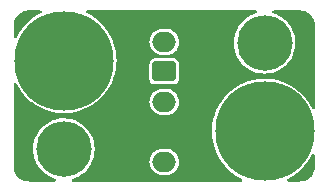
<source format=gbr>
%TF.GenerationSoftware,KiCad,Pcbnew,(6.0.9)*%
%TF.CreationDate,2022-12-18T21:26:27+11:00*%
%TF.ProjectId,EurekaProbe0.0.2,45757265-6b61-4507-926f-6265302e302e,rev?*%
%TF.SameCoordinates,Original*%
%TF.FileFunction,Copper,L2,Bot*%
%TF.FilePolarity,Positive*%
%FSLAX46Y46*%
G04 Gerber Fmt 4.6, Leading zero omitted, Abs format (unit mm)*
G04 Created by KiCad (PCBNEW (6.0.9)) date 2022-12-18 21:26:27*
%MOMM*%
%LPD*%
G01*
G04 APERTURE LIST*
G04 Aperture macros list*
%AMRoundRect*
0 Rectangle with rounded corners*
0 $1 Rounding radius*
0 $2 $3 $4 $5 $6 $7 $8 $9 X,Y pos of 4 corners*
0 Add a 4 corners polygon primitive as box body*
4,1,4,$2,$3,$4,$5,$6,$7,$8,$9,$2,$3,0*
0 Add four circle primitives for the rounded corners*
1,1,$1+$1,$2,$3*
1,1,$1+$1,$4,$5*
1,1,$1+$1,$6,$7*
1,1,$1+$1,$8,$9*
0 Add four rect primitives between the rounded corners*
20,1,$1+$1,$2,$3,$4,$5,0*
20,1,$1+$1,$4,$5,$6,$7,0*
20,1,$1+$1,$6,$7,$8,$9,0*
20,1,$1+$1,$8,$9,$2,$3,0*%
G04 Aperture macros list end*
%TA.AperFunction,WasherPad*%
%ADD10C,4.700000*%
%TD*%
%TA.AperFunction,ComponentPad*%
%ADD11C,0.900000*%
%TD*%
%TA.AperFunction,ComponentPad*%
%ADD12C,8.400000*%
%TD*%
%TA.AperFunction,ComponentPad*%
%ADD13O,2.000000X1.700000*%
%TD*%
%TA.AperFunction,ComponentPad*%
%ADD14RoundRect,0.250000X0.750000X-0.600000X0.750000X0.600000X-0.750000X0.600000X-0.750000X-0.600000X0*%
%TD*%
%TA.AperFunction,Conductor*%
%ADD15C,1.000000*%
%TD*%
G04 APERTURE END LIST*
D10*
%TO.P,REF,*%
%TO.N,*%
X71500000Y-64000000D03*
%TD*%
D11*
%TO.P,REF\u002A\u002A,*%
%TO.N,*%
X73780419Y-54219581D03*
X71500000Y-53275000D03*
X69219581Y-58780419D03*
D12*
X71500000Y-56500000D03*
D11*
X74725000Y-56500000D03*
X73780419Y-58780419D03*
X68275000Y-56500000D03*
X71500000Y-59725000D03*
X69219581Y-54219581D03*
%TD*%
D13*
%TO.P,,*%
%TO.N,*%
X80000000Y-65080000D03*
%TD*%
%TO.P,,*%
%TO.N,*%
X80000000Y-60000000D03*
%TD*%
D14*
%TO.P,REF\u002A\u002A,*%
%TO.N,*%
X80000000Y-57420000D03*
D13*
X80000000Y-54920000D03*
%TD*%
D10*
%TO.P,REF\u002A\u002A,*%
%TO.N,*%
X88500000Y-55000000D03*
%TD*%
D11*
%TO.P,REF\u002A\u002A,*%
%TO.N,*%
X88500000Y-59275000D03*
D12*
X88500000Y-62500000D03*
D11*
X90780419Y-64780419D03*
X86219581Y-64780419D03*
X86219581Y-60219581D03*
X91725000Y-62500000D03*
X88500000Y-65725000D03*
X90780419Y-60219581D03*
X85275000Y-62500000D03*
%TD*%
D15*
%TO.N,*%
X71500000Y-56580000D02*
X72460000Y-57540000D01*
X72600000Y-57400000D02*
X72460000Y-57540000D01*
%TD*%
%TA.AperFunction,NonConductor*%
G36*
X69565173Y-52274502D02*
G01*
X69611666Y-52328158D01*
X69621770Y-52398432D01*
X69592276Y-52463012D01*
X69552486Y-52493650D01*
X69351595Y-52592066D01*
X69349060Y-52593619D01*
X69349059Y-52593620D01*
X69235673Y-52663103D01*
X68993361Y-52811592D01*
X68990976Y-52813382D01*
X68990977Y-52813382D01*
X68659749Y-53062074D01*
X68659742Y-53062080D01*
X68657375Y-53063857D01*
X68655194Y-53065842D01*
X68655185Y-53065849D01*
X68350830Y-53342791D01*
X68346621Y-53346621D01*
X68344641Y-53348797D01*
X68065849Y-53655185D01*
X68065842Y-53655194D01*
X68063857Y-53657375D01*
X68062080Y-53659742D01*
X68062074Y-53659749D01*
X67915463Y-53855017D01*
X67811592Y-53993361D01*
X67592066Y-54351595D01*
X67531412Y-54475406D01*
X67493651Y-54552485D01*
X67445720Y-54604859D01*
X67377082Y-54623006D01*
X67309529Y-54601163D01*
X67264508Y-54546265D01*
X67254500Y-54497052D01*
X67254500Y-53537476D01*
X67256921Y-53512894D01*
X67257065Y-53512171D01*
X67259486Y-53500000D01*
X67257064Y-53487827D01*
X67257064Y-53475418D01*
X67257916Y-53475418D01*
X67257280Y-53464666D01*
X67258476Y-53449481D01*
X67269056Y-53315046D01*
X67272149Y-53295518D01*
X67305425Y-53156913D01*
X67313146Y-53124755D01*
X67319254Y-53105956D01*
X67336692Y-53063857D01*
X67386458Y-52943712D01*
X67395428Y-52926107D01*
X67487188Y-52776368D01*
X67498810Y-52760372D01*
X67612859Y-52626839D01*
X67626839Y-52612859D01*
X67760372Y-52498810D01*
X67776368Y-52487188D01*
X67849615Y-52442302D01*
X67926107Y-52395428D01*
X67943712Y-52386458D01*
X68105961Y-52319252D01*
X68124755Y-52313146D01*
X68295519Y-52272149D01*
X68315046Y-52269056D01*
X68464669Y-52257280D01*
X68475418Y-52257916D01*
X68475418Y-52257064D01*
X68487827Y-52257064D01*
X68500000Y-52259486D01*
X68512897Y-52256921D01*
X68537476Y-52254500D01*
X69497052Y-52254500D01*
X69565173Y-52274502D01*
G37*
%TD.AperFunction*%
%TA.AperFunction,NonConductor*%
G36*
X87796956Y-52274502D02*
G01*
X87843449Y-52328158D01*
X87853553Y-52398432D01*
X87824059Y-52463012D01*
X87765569Y-52501026D01*
X87590485Y-52554388D01*
X87587021Y-52555919D01*
X87587014Y-52555922D01*
X87458226Y-52612859D01*
X87303264Y-52681367D01*
X87300010Y-52683303D01*
X87300004Y-52683306D01*
X87278676Y-52695995D01*
X87033378Y-52841932D01*
X86784737Y-53033757D01*
X86782036Y-53036416D01*
X86782029Y-53036422D01*
X86563650Y-53251398D01*
X86560942Y-53254064D01*
X86365235Y-53499662D01*
X86200450Y-53766992D01*
X86068975Y-54052183D01*
X85972715Y-54351103D01*
X85971996Y-54354819D01*
X85971994Y-54354827D01*
X85913782Y-54655704D01*
X85913781Y-54655713D01*
X85913063Y-54659423D01*
X85912796Y-54663199D01*
X85912795Y-54663204D01*
X85891151Y-54968887D01*
X85890883Y-54972676D01*
X85891072Y-54976468D01*
X85905953Y-55275393D01*
X85906497Y-55286325D01*
X85907138Y-55290056D01*
X85907139Y-55290064D01*
X85939428Y-55477971D01*
X85959680Y-55595827D01*
X85960768Y-55599466D01*
X85960769Y-55599469D01*
X86017968Y-55790728D01*
X86049659Y-55896697D01*
X86051172Y-55900168D01*
X86051174Y-55900174D01*
X86105333Y-56024434D01*
X86175132Y-56184579D01*
X86334282Y-56455302D01*
X86336583Y-56458317D01*
X86432227Y-56583640D01*
X86524803Y-56704944D01*
X86527451Y-56707663D01*
X86527456Y-56707668D01*
X86600332Y-56782477D01*
X86743935Y-56929890D01*
X86746879Y-56932261D01*
X86746882Y-56932264D01*
X86985552Y-57124502D01*
X86985557Y-57124506D01*
X86988505Y-57126880D01*
X87254969Y-57293062D01*
X87539467Y-57426029D01*
X87543074Y-57427211D01*
X87543078Y-57427213D01*
X87623295Y-57453509D01*
X87837880Y-57523853D01*
X87841590Y-57524591D01*
X87841594Y-57524592D01*
X87991881Y-57554486D01*
X88145883Y-57585119D01*
X88302450Y-57597029D01*
X88455239Y-57608651D01*
X88455244Y-57608651D01*
X88459016Y-57608938D01*
X88772742Y-57594966D01*
X88776480Y-57594344D01*
X88776488Y-57594343D01*
X88927242Y-57569250D01*
X89082518Y-57543405D01*
X89383855Y-57455003D01*
X89672390Y-57331038D01*
X89943942Y-57173308D01*
X90194579Y-56984097D01*
X90420669Y-56766145D01*
X90569252Y-56583640D01*
X90616543Y-56525552D01*
X90616546Y-56525548D01*
X90618937Y-56522611D01*
X90631646Y-56502468D01*
X90784485Y-56260234D01*
X90784487Y-56260231D01*
X90786512Y-56257021D01*
X90820833Y-56184579D01*
X90896672Y-56024500D01*
X90920966Y-55973222D01*
X90928091Y-55951868D01*
X91003048Y-55727192D01*
X91020352Y-55675326D01*
X91083229Y-55367648D01*
X91108688Y-55054644D01*
X91109260Y-55000000D01*
X91107842Y-54976468D01*
X91090590Y-54690310D01*
X91090590Y-54690306D01*
X91090362Y-54686532D01*
X91068095Y-54564607D01*
X91034622Y-54381326D01*
X91034621Y-54381322D01*
X91033942Y-54377604D01*
X91030624Y-54366916D01*
X91000892Y-54271165D01*
X90940817Y-54077692D01*
X90928075Y-54049272D01*
X90842497Y-53858408D01*
X90812336Y-53791140D01*
X90650359Y-53522099D01*
X90643181Y-53512894D01*
X90513508Y-53346621D01*
X90457235Y-53274465D01*
X90235759Y-53051827D01*
X90212838Y-53033757D01*
X89992121Y-52859758D01*
X89989140Y-52857408D01*
X89720951Y-52694026D01*
X89500120Y-52593620D01*
X89438527Y-52565615D01*
X89438520Y-52565612D01*
X89435075Y-52564046D01*
X89234571Y-52500635D01*
X89175653Y-52461023D01*
X89147503Y-52395846D01*
X89159060Y-52325796D01*
X89206653Y-52273114D01*
X89272565Y-52254500D01*
X91462524Y-52254500D01*
X91487103Y-52256921D01*
X91500000Y-52259486D01*
X91512173Y-52257064D01*
X91524582Y-52257064D01*
X91524582Y-52257916D01*
X91535331Y-52257280D01*
X91684954Y-52269056D01*
X91704481Y-52272149D01*
X91875245Y-52313146D01*
X91894039Y-52319252D01*
X92056288Y-52386458D01*
X92073893Y-52395428D01*
X92150385Y-52442302D01*
X92223632Y-52487188D01*
X92239628Y-52498810D01*
X92373161Y-52612859D01*
X92387141Y-52626839D01*
X92501190Y-52760372D01*
X92512812Y-52776368D01*
X92604572Y-52926107D01*
X92613542Y-52943712D01*
X92663308Y-53063857D01*
X92680746Y-53105956D01*
X92686854Y-53124755D01*
X92694575Y-53156913D01*
X92727851Y-53295518D01*
X92730944Y-53315046D01*
X92741525Y-53449481D01*
X92742720Y-53464666D01*
X92742084Y-53475418D01*
X92742936Y-53475418D01*
X92742936Y-53487827D01*
X92740514Y-53500000D01*
X92742935Y-53512171D01*
X92743079Y-53512894D01*
X92745500Y-53537476D01*
X92745500Y-60492598D01*
X92725498Y-60560719D01*
X92671842Y-60607212D01*
X92601568Y-60617316D01*
X92536988Y-60587822D01*
X92504663Y-60544449D01*
X92474710Y-60478111D01*
X92473489Y-60475406D01*
X92468735Y-60467070D01*
X92370528Y-60294896D01*
X92265323Y-60110453D01*
X92023737Y-59766710D01*
X91993715Y-59731558D01*
X91752798Y-59449481D01*
X91750873Y-59447227D01*
X91449154Y-59154841D01*
X91422413Y-59133417D01*
X91221646Y-58972573D01*
X91121258Y-58892147D01*
X90996259Y-58810038D01*
X90772572Y-58663103D01*
X90772565Y-58663099D01*
X90770096Y-58661477D01*
X90767485Y-58660095D01*
X90767479Y-58660091D01*
X90401407Y-58466267D01*
X90398784Y-58464878D01*
X90010619Y-58304094D01*
X90007796Y-58303226D01*
X90007789Y-58303223D01*
X89611883Y-58181427D01*
X89611881Y-58181427D01*
X89609045Y-58180554D01*
X89606142Y-58179953D01*
X89606135Y-58179951D01*
X89200540Y-58095956D01*
X89200535Y-58095955D01*
X89197627Y-58095353D01*
X89194678Y-58095027D01*
X89194669Y-58095026D01*
X88782982Y-58049576D01*
X88782977Y-58049576D01*
X88780018Y-58049249D01*
X88777035Y-58049202D01*
X88777033Y-58049202D01*
X88669325Y-58047510D01*
X88359922Y-58042650D01*
X88356978Y-58042882D01*
X88356968Y-58042882D01*
X87952445Y-58074719D01*
X87941070Y-58075614D01*
X87527179Y-58147849D01*
X87524308Y-58148635D01*
X87524301Y-58148636D01*
X87124787Y-58257931D01*
X87124777Y-58257934D01*
X87121923Y-58258715D01*
X87119159Y-58259759D01*
X87119148Y-58259763D01*
X86731672Y-58406178D01*
X86728899Y-58407226D01*
X86726232Y-58408533D01*
X86726231Y-58408533D01*
X86508853Y-58515026D01*
X86351595Y-58592066D01*
X86349060Y-58593619D01*
X86349059Y-58593620D01*
X86235673Y-58663103D01*
X85993361Y-58811592D01*
X85990976Y-58813382D01*
X85990977Y-58813382D01*
X85659749Y-59062074D01*
X85659742Y-59062080D01*
X85657375Y-59063857D01*
X85655194Y-59065842D01*
X85655185Y-59065849D01*
X85350830Y-59342791D01*
X85346621Y-59346621D01*
X85344641Y-59348797D01*
X85065849Y-59655185D01*
X85065842Y-59655194D01*
X85063857Y-59657375D01*
X85062080Y-59659742D01*
X85062074Y-59659749D01*
X84851762Y-59939860D01*
X84811592Y-59993361D01*
X84810038Y-59995897D01*
X84644934Y-60265323D01*
X84592066Y-60351595D01*
X84590754Y-60354274D01*
X84590753Y-60354275D01*
X84531752Y-60474710D01*
X84407226Y-60728899D01*
X84406179Y-60731669D01*
X84406178Y-60731672D01*
X84259763Y-61119148D01*
X84259759Y-61119159D01*
X84258715Y-61121923D01*
X84257934Y-61124777D01*
X84257931Y-61124787D01*
X84163355Y-61470498D01*
X84147849Y-61527179D01*
X84075614Y-61941070D01*
X84075382Y-61944018D01*
X84049140Y-62277461D01*
X84042650Y-62359922D01*
X84045198Y-62522099D01*
X84049099Y-62770439D01*
X84049249Y-62780018D01*
X84049576Y-62782977D01*
X84049576Y-62782982D01*
X84078916Y-63048739D01*
X84095353Y-63197627D01*
X84095955Y-63200535D01*
X84095956Y-63200540D01*
X84132625Y-63377604D01*
X84180554Y-63609045D01*
X84181427Y-63611881D01*
X84181427Y-63611883D01*
X84293588Y-63976468D01*
X84304094Y-64010619D01*
X84464878Y-64398784D01*
X84491855Y-64449735D01*
X84631412Y-64713312D01*
X84661477Y-64770096D01*
X84663099Y-64772565D01*
X84663103Y-64772572D01*
X84797164Y-64976660D01*
X84892147Y-65121258D01*
X85154841Y-65449154D01*
X85447227Y-65750873D01*
X85766710Y-66023737D01*
X86110453Y-66265323D01*
X86228288Y-66332535D01*
X86472830Y-66472020D01*
X86472835Y-66472023D01*
X86475406Y-66473489D01*
X86531010Y-66498595D01*
X86544449Y-66504663D01*
X86598303Y-66550926D01*
X86618597Y-66618960D01*
X86598887Y-66687166D01*
X86545431Y-66733888D01*
X86492598Y-66745500D01*
X72270731Y-66745500D01*
X72202610Y-66725498D01*
X72156117Y-66671842D01*
X72146013Y-66601568D01*
X72175507Y-66536988D01*
X72235262Y-66498595D01*
X72383855Y-66455003D01*
X72672390Y-66331038D01*
X72943942Y-66173308D01*
X72985955Y-66141592D01*
X73191552Y-65986382D01*
X73194579Y-65984097D01*
X73420669Y-65766145D01*
X73533439Y-65627629D01*
X73616543Y-65525552D01*
X73616546Y-65525548D01*
X73618937Y-65522611D01*
X73621872Y-65517960D01*
X73784485Y-65260234D01*
X73784487Y-65260231D01*
X73786512Y-65257021D01*
X73820833Y-65184579D01*
X73896056Y-65025800D01*
X78741801Y-65025800D01*
X78751545Y-65236333D01*
X78800924Y-65441226D01*
X78803406Y-65446684D01*
X78803407Y-65446688D01*
X78844109Y-65536206D01*
X78888157Y-65633084D01*
X79010096Y-65804986D01*
X79162340Y-65950728D01*
X79167375Y-65953979D01*
X79334360Y-66061800D01*
X79334363Y-66061801D01*
X79339397Y-66065052D01*
X79534878Y-66143834D01*
X79657688Y-66167817D01*
X79737283Y-66183361D01*
X79737286Y-66183361D01*
X79741729Y-66184229D01*
X79747270Y-66184500D01*
X80202659Y-66184500D01*
X80359806Y-66169507D01*
X80498263Y-66128888D01*
X80556278Y-66111868D01*
X80562042Y-66110177D01*
X80648894Y-66065445D01*
X80744079Y-66016422D01*
X80744082Y-66016420D01*
X80749410Y-66013676D01*
X80825408Y-65953979D01*
X80910432Y-65887192D01*
X80910436Y-65887188D01*
X80915149Y-65883486D01*
X80979674Y-65809128D01*
X81049350Y-65728835D01*
X81049354Y-65728830D01*
X81053281Y-65724304D01*
X81158819Y-65541874D01*
X81227957Y-65342778D01*
X81250895Y-65184579D01*
X81257338Y-65140140D01*
X81257338Y-65140137D01*
X81258199Y-65134200D01*
X81248455Y-64923667D01*
X81242794Y-64900174D01*
X81200482Y-64724607D01*
X81200481Y-64724605D01*
X81199076Y-64718774D01*
X81180953Y-64678913D01*
X81114323Y-64532371D01*
X81111843Y-64526916D01*
X80989904Y-64355014D01*
X80837660Y-64209272D01*
X80735918Y-64143578D01*
X80665640Y-64098200D01*
X80665637Y-64098199D01*
X80660603Y-64094948D01*
X80465122Y-64016166D01*
X80330739Y-63989923D01*
X80262717Y-63976639D01*
X80262714Y-63976639D01*
X80258271Y-63975771D01*
X80252730Y-63975500D01*
X79797341Y-63975500D01*
X79640194Y-63990493D01*
X79634434Y-63992183D01*
X79634433Y-63992183D01*
X79556600Y-64015017D01*
X79437958Y-64049823D01*
X79424258Y-64056879D01*
X79255921Y-64143578D01*
X79255918Y-64143580D01*
X79250590Y-64146324D01*
X79245875Y-64150028D01*
X79089568Y-64272808D01*
X79089564Y-64272812D01*
X79084851Y-64276514D01*
X79080920Y-64281044D01*
X79080919Y-64281045D01*
X78950650Y-64431165D01*
X78950646Y-64431170D01*
X78946719Y-64435696D01*
X78841181Y-64618126D01*
X78772043Y-64817222D01*
X78771183Y-64823155D01*
X78771182Y-64823158D01*
X78749424Y-64973222D01*
X78741801Y-65025800D01*
X73896056Y-65025800D01*
X73920966Y-64973222D01*
X74020352Y-64675326D01*
X74083229Y-64367648D01*
X74108688Y-64054644D01*
X74109149Y-64010619D01*
X74109237Y-64002221D01*
X74109237Y-64002214D01*
X74109260Y-64000000D01*
X74108653Y-63989923D01*
X74090590Y-63690310D01*
X74090590Y-63690306D01*
X74090362Y-63686532D01*
X74076729Y-63611883D01*
X74034622Y-63381326D01*
X74034621Y-63381322D01*
X74033942Y-63377604D01*
X73940817Y-63077692D01*
X73927836Y-63048739D01*
X73813891Y-62794609D01*
X73812336Y-62791140D01*
X73650359Y-62522099D01*
X73457235Y-62274465D01*
X73235759Y-62051827D01*
X73212838Y-62033757D01*
X72992121Y-61859758D01*
X72989140Y-61857408D01*
X72720951Y-61694026D01*
X72607067Y-61642246D01*
X72438527Y-61565615D01*
X72438520Y-61565612D01*
X72435075Y-61564046D01*
X72135655Y-61469352D01*
X71998489Y-61443558D01*
X71830751Y-61412015D01*
X71830746Y-61412014D01*
X71827027Y-61411315D01*
X71513662Y-61390776D01*
X71509882Y-61390984D01*
X71509881Y-61390984D01*
X71421138Y-61395868D01*
X71200099Y-61408032D01*
X71196372Y-61408693D01*
X71196368Y-61408693D01*
X70953825Y-61451678D01*
X70890880Y-61462834D01*
X70887255Y-61463939D01*
X70887250Y-61463940D01*
X70692589Y-61523269D01*
X70590485Y-61554388D01*
X70587021Y-61555919D01*
X70587014Y-61555922D01*
X70410626Y-61633903D01*
X70303264Y-61681367D01*
X70300010Y-61683303D01*
X70300004Y-61683306D01*
X70278676Y-61695995D01*
X70033378Y-61841932D01*
X69784737Y-62033757D01*
X69782036Y-62036416D01*
X69782029Y-62036422D01*
X69763652Y-62054513D01*
X69560942Y-62254064D01*
X69365235Y-62499662D01*
X69200450Y-62766992D01*
X69068975Y-63052183D01*
X68972715Y-63351103D01*
X68971996Y-63354819D01*
X68971994Y-63354827D01*
X68913782Y-63655704D01*
X68913781Y-63655713D01*
X68913063Y-63659423D01*
X68912796Y-63663199D01*
X68912795Y-63663204D01*
X68910876Y-63690310D01*
X68890883Y-63972676D01*
X68894964Y-64054644D01*
X68906009Y-64276514D01*
X68906497Y-64286325D01*
X68907138Y-64290056D01*
X68907139Y-64290064D01*
X68948776Y-64532371D01*
X68959680Y-64595827D01*
X68960768Y-64599466D01*
X68960769Y-64599469D01*
X69011015Y-64767479D01*
X69049659Y-64896697D01*
X69051172Y-64900168D01*
X69051174Y-64900174D01*
X69103339Y-65019860D01*
X69175132Y-65184579D01*
X69177055Y-65187850D01*
X69177057Y-65187854D01*
X69208981Y-65242158D01*
X69334282Y-65455302D01*
X69524803Y-65704944D01*
X69527451Y-65707663D01*
X69527456Y-65707668D01*
X69709015Y-65894044D01*
X69743935Y-65929890D01*
X69746879Y-65932261D01*
X69746882Y-65932264D01*
X69985552Y-66124502D01*
X69985557Y-66124506D01*
X69988505Y-66126880D01*
X70254969Y-66293062D01*
X70539467Y-66426029D01*
X70543074Y-66427211D01*
X70543078Y-66427213D01*
X70615571Y-66450977D01*
X70760831Y-66498595D01*
X70764412Y-66499769D01*
X70822913Y-66539996D01*
X70850379Y-66605464D01*
X70838089Y-66675389D01*
X70789947Y-66727570D01*
X70725163Y-66745500D01*
X68537476Y-66745500D01*
X68512897Y-66743079D01*
X68500000Y-66740514D01*
X68487827Y-66742936D01*
X68475418Y-66742936D01*
X68475418Y-66742084D01*
X68464669Y-66742720D01*
X68315046Y-66730944D01*
X68295518Y-66727851D01*
X68285717Y-66725498D01*
X68124755Y-66686854D01*
X68105961Y-66680748D01*
X67943712Y-66613542D01*
X67926107Y-66604572D01*
X67776368Y-66512812D01*
X67760372Y-66501190D01*
X67626839Y-66387141D01*
X67612859Y-66373161D01*
X67498810Y-66239628D01*
X67487188Y-66223632D01*
X67438992Y-66144983D01*
X67395428Y-66073893D01*
X67386458Y-66056288D01*
X67319252Y-65894039D01*
X67313144Y-65875240D01*
X67286246Y-65763198D01*
X67272149Y-65704481D01*
X67269056Y-65684954D01*
X67257280Y-65535334D01*
X67257916Y-65524582D01*
X67257064Y-65524582D01*
X67257064Y-65512173D01*
X67259486Y-65500000D01*
X67256921Y-65487103D01*
X67254500Y-65462524D01*
X67254500Y-58508694D01*
X67274502Y-58440573D01*
X67328158Y-58394080D01*
X67398432Y-58383976D01*
X67463012Y-58413470D01*
X67491855Y-58449735D01*
X67603233Y-58660091D01*
X67661477Y-58770096D01*
X67663099Y-58772565D01*
X67663103Y-58772572D01*
X67770564Y-58936166D01*
X67892147Y-59121258D01*
X68012010Y-59270872D01*
X68151648Y-59445168D01*
X68154841Y-59449154D01*
X68447227Y-59750873D01*
X68449481Y-59752798D01*
X68734114Y-59995897D01*
X68766710Y-60023737D01*
X69110453Y-60265323D01*
X69288164Y-60366688D01*
X69472830Y-60472020D01*
X69472835Y-60472023D01*
X69475406Y-60473489D01*
X69858330Y-60646386D01*
X70255825Y-60782479D01*
X70258699Y-60783169D01*
X70258706Y-60783171D01*
X70661484Y-60879869D01*
X70661488Y-60879870D01*
X70664363Y-60880560D01*
X70667296Y-60880977D01*
X70667299Y-60880978D01*
X70869758Y-60909792D01*
X71080319Y-60939759D01*
X71500000Y-60959551D01*
X71919681Y-60939759D01*
X72130242Y-60909792D01*
X72332701Y-60880978D01*
X72332704Y-60880977D01*
X72335637Y-60880560D01*
X72338512Y-60879870D01*
X72338516Y-60879869D01*
X72741294Y-60783171D01*
X72741301Y-60783169D01*
X72744175Y-60782479D01*
X73141670Y-60646386D01*
X73524594Y-60473489D01*
X73527165Y-60472023D01*
X73527170Y-60472020D01*
X73711836Y-60366688D01*
X73889547Y-60265323D01*
X74233290Y-60023737D01*
X74265887Y-59995897D01*
X74324543Y-59945800D01*
X78741801Y-59945800D01*
X78751545Y-60156333D01*
X78752949Y-60162158D01*
X78778165Y-60266788D01*
X78800924Y-60361226D01*
X78803406Y-60366684D01*
X78803407Y-60366688D01*
X78851967Y-60473489D01*
X78888157Y-60553084D01*
X79010096Y-60724986D01*
X79162340Y-60870728D01*
X79189029Y-60887961D01*
X79334360Y-60981800D01*
X79334363Y-60981801D01*
X79339397Y-60985052D01*
X79534878Y-61063834D01*
X79657688Y-61087817D01*
X79737283Y-61103361D01*
X79737286Y-61103361D01*
X79741729Y-61104229D01*
X79747270Y-61104500D01*
X80202659Y-61104500D01*
X80359806Y-61089507D01*
X80562042Y-61030177D01*
X80645304Y-60987294D01*
X80744079Y-60936422D01*
X80744082Y-60936420D01*
X80749410Y-60933676D01*
X80800328Y-60893679D01*
X80910432Y-60807192D01*
X80910436Y-60807188D01*
X80915149Y-60803486D01*
X80934211Y-60781519D01*
X81049350Y-60648835D01*
X81049354Y-60648830D01*
X81053281Y-60644304D01*
X81158819Y-60461874D01*
X81227957Y-60262778D01*
X81249671Y-60113022D01*
X81257338Y-60060140D01*
X81257338Y-60060137D01*
X81258199Y-60054200D01*
X81248455Y-59843667D01*
X81229909Y-59766710D01*
X81200482Y-59644607D01*
X81200481Y-59644605D01*
X81199076Y-59638774D01*
X81111843Y-59446916D01*
X80989904Y-59275014D01*
X80837660Y-59129272D01*
X80735918Y-59063578D01*
X80665640Y-59018200D01*
X80665637Y-59018199D01*
X80660603Y-59014948D01*
X80465122Y-58936166D01*
X80330739Y-58909923D01*
X80262717Y-58896639D01*
X80262714Y-58896639D01*
X80258271Y-58895771D01*
X80252730Y-58895500D01*
X79797341Y-58895500D01*
X79640194Y-58910493D01*
X79437958Y-58969823D01*
X79432619Y-58972573D01*
X79255921Y-59063578D01*
X79255918Y-59063580D01*
X79250590Y-59066324D01*
X79245875Y-59070028D01*
X79089568Y-59192808D01*
X79089564Y-59192812D01*
X79084851Y-59196514D01*
X79080920Y-59201044D01*
X79080919Y-59201045D01*
X78950650Y-59351165D01*
X78950646Y-59351170D01*
X78946719Y-59355696D01*
X78841181Y-59538126D01*
X78772043Y-59737222D01*
X78771183Y-59743155D01*
X78771182Y-59743158D01*
X78757454Y-59837840D01*
X78741801Y-59945800D01*
X74324543Y-59945800D01*
X74550519Y-59752798D01*
X74552773Y-59750873D01*
X74845159Y-59449154D01*
X74848353Y-59445168D01*
X74987990Y-59270872D01*
X75107853Y-59121258D01*
X75229436Y-58936166D01*
X75336897Y-58772572D01*
X75336901Y-58772565D01*
X75338523Y-58770096D01*
X75396768Y-58660091D01*
X75533733Y-58401407D01*
X75535122Y-58398784D01*
X75672239Y-58067756D01*
X78745500Y-58067756D01*
X78745869Y-58071152D01*
X78745869Y-58071153D01*
X78748564Y-58095956D01*
X78752202Y-58129448D01*
X78802929Y-58264764D01*
X78808309Y-58271943D01*
X78808311Y-58271946D01*
X78831752Y-58303223D01*
X78889596Y-58380404D01*
X78896776Y-58385785D01*
X78998054Y-58461689D01*
X78998057Y-58461691D01*
X79005236Y-58467071D01*
X79094954Y-58500704D01*
X79133157Y-58515026D01*
X79133159Y-58515026D01*
X79140552Y-58517798D01*
X79148402Y-58518651D01*
X79148403Y-58518651D01*
X79198847Y-58524131D01*
X79202244Y-58524500D01*
X80797756Y-58524500D01*
X80801153Y-58524131D01*
X80851597Y-58518651D01*
X80851598Y-58518651D01*
X80859448Y-58517798D01*
X80866841Y-58515026D01*
X80866843Y-58515026D01*
X80905046Y-58500704D01*
X80994764Y-58467071D01*
X81001943Y-58461691D01*
X81001946Y-58461689D01*
X81103224Y-58385785D01*
X81110404Y-58380404D01*
X81168248Y-58303223D01*
X81191689Y-58271946D01*
X81191691Y-58271943D01*
X81197071Y-58264764D01*
X81247798Y-58129448D01*
X81251437Y-58095956D01*
X81254131Y-58071153D01*
X81254131Y-58071152D01*
X81254500Y-58067756D01*
X81254500Y-56772244D01*
X81254131Y-56768847D01*
X81248651Y-56718403D01*
X81248651Y-56718402D01*
X81247798Y-56710552D01*
X81197071Y-56575236D01*
X81191691Y-56568057D01*
X81191689Y-56568054D01*
X81115785Y-56466776D01*
X81110404Y-56459596D01*
X81089977Y-56444287D01*
X81001946Y-56378311D01*
X81001943Y-56378309D01*
X80994764Y-56372929D01*
X80905046Y-56339296D01*
X80866843Y-56324974D01*
X80866841Y-56324974D01*
X80859448Y-56322202D01*
X80851598Y-56321349D01*
X80851597Y-56321349D01*
X80801153Y-56315869D01*
X80801152Y-56315869D01*
X80797756Y-56315500D01*
X79202244Y-56315500D01*
X79198848Y-56315869D01*
X79198847Y-56315869D01*
X79148403Y-56321349D01*
X79148402Y-56321349D01*
X79140552Y-56322202D01*
X79133159Y-56324974D01*
X79133157Y-56324974D01*
X79094954Y-56339296D01*
X79005236Y-56372929D01*
X78998057Y-56378309D01*
X78998054Y-56378311D01*
X78910023Y-56444287D01*
X78889596Y-56459596D01*
X78884215Y-56466776D01*
X78808311Y-56568054D01*
X78808309Y-56568057D01*
X78802929Y-56575236D01*
X78752202Y-56710552D01*
X78751349Y-56718402D01*
X78751349Y-56718403D01*
X78745869Y-56768847D01*
X78745500Y-56772244D01*
X78745500Y-58067756D01*
X75672239Y-58067756D01*
X75695906Y-58010619D01*
X75819446Y-57609045D01*
X75824342Y-57585406D01*
X75904044Y-57200540D01*
X75904045Y-57200535D01*
X75904647Y-57197627D01*
X75907332Y-57173308D01*
X75950480Y-56782477D01*
X75950481Y-56782465D01*
X75950751Y-56780018D01*
X75950996Y-56772244D01*
X75956922Y-56583640D01*
X75959551Y-56500000D01*
X75939759Y-56080319D01*
X75889502Y-55727192D01*
X75880978Y-55667299D01*
X75880977Y-55667296D01*
X75880560Y-55664363D01*
X75879869Y-55661484D01*
X75783171Y-55258706D01*
X75783169Y-55258699D01*
X75782479Y-55255825D01*
X75648944Y-54865800D01*
X78741801Y-54865800D01*
X78751545Y-55076333D01*
X78752949Y-55082158D01*
X78795497Y-55258706D01*
X78800924Y-55281226D01*
X78888157Y-55473084D01*
X79010096Y-55644986D01*
X79162340Y-55790728D01*
X79167375Y-55793979D01*
X79334360Y-55901800D01*
X79334363Y-55901801D01*
X79339397Y-55905052D01*
X79534878Y-55983834D01*
X79657688Y-56007817D01*
X79737283Y-56023361D01*
X79737286Y-56023361D01*
X79741729Y-56024229D01*
X79747270Y-56024500D01*
X80202659Y-56024500D01*
X80359806Y-56009507D01*
X80471771Y-55976660D01*
X80556278Y-55951868D01*
X80562042Y-55950177D01*
X80645304Y-55907294D01*
X80744079Y-55856422D01*
X80744082Y-55856420D01*
X80749410Y-55853676D01*
X80825408Y-55793979D01*
X80910432Y-55727192D01*
X80910436Y-55727188D01*
X80915149Y-55723486D01*
X80953828Y-55678913D01*
X81049350Y-55568835D01*
X81049354Y-55568830D01*
X81053281Y-55564304D01*
X81158819Y-55381874D01*
X81227957Y-55182778D01*
X81236781Y-55121923D01*
X81257338Y-54980140D01*
X81257338Y-54980137D01*
X81258199Y-54974200D01*
X81248455Y-54763667D01*
X81224233Y-54663158D01*
X81200482Y-54564607D01*
X81200481Y-54564605D01*
X81199076Y-54558774D01*
X81193389Y-54546265D01*
X81118395Y-54381326D01*
X81111843Y-54366916D01*
X80989904Y-54195014D01*
X80837660Y-54049272D01*
X80735918Y-53983578D01*
X80665640Y-53938200D01*
X80665637Y-53938199D01*
X80660603Y-53934948D01*
X80465122Y-53856166D01*
X80330739Y-53829923D01*
X80262717Y-53816639D01*
X80262714Y-53816639D01*
X80258271Y-53815771D01*
X80252730Y-53815500D01*
X79797341Y-53815500D01*
X79640194Y-53830493D01*
X79437958Y-53889823D01*
X79432619Y-53892573D01*
X79255921Y-53983578D01*
X79255918Y-53983580D01*
X79250590Y-53986324D01*
X79241632Y-53993361D01*
X79089568Y-54112808D01*
X79089564Y-54112812D01*
X79084851Y-54116514D01*
X79080920Y-54121044D01*
X79080919Y-54121045D01*
X78950650Y-54271165D01*
X78950646Y-54271170D01*
X78946719Y-54275696D01*
X78841181Y-54458126D01*
X78772043Y-54657222D01*
X78771183Y-54663155D01*
X78771182Y-54663158D01*
X78761650Y-54728899D01*
X78741801Y-54865800D01*
X75648944Y-54865800D01*
X75646386Y-54858330D01*
X75473489Y-54475406D01*
X75265323Y-54110453D01*
X75023737Y-53766710D01*
X74750873Y-53447227D01*
X74449154Y-53154841D01*
X74388136Y-53105956D01*
X74174192Y-52934555D01*
X74121258Y-52892147D01*
X73932130Y-52767913D01*
X73772572Y-52663103D01*
X73772565Y-52663099D01*
X73770096Y-52661477D01*
X73767485Y-52660095D01*
X73767479Y-52660091D01*
X73449735Y-52491855D01*
X73398892Y-52442302D01*
X73382910Y-52373127D01*
X73406864Y-52306294D01*
X73463148Y-52263020D01*
X73508694Y-52254500D01*
X87728835Y-52254500D01*
X87796956Y-52274502D01*
G37*
%TD.AperFunction*%
%TA.AperFunction,NonConductor*%
G36*
X92693706Y-64406864D02*
G01*
X92736980Y-64463148D01*
X92745500Y-64508694D01*
X92745500Y-65462524D01*
X92743079Y-65487103D01*
X92740514Y-65500000D01*
X92742936Y-65512173D01*
X92742936Y-65524582D01*
X92742084Y-65524582D01*
X92742720Y-65535334D01*
X92730944Y-65684954D01*
X92727851Y-65704481D01*
X92713755Y-65763198D01*
X92686856Y-65875240D01*
X92680748Y-65894039D01*
X92613542Y-66056288D01*
X92604572Y-66073893D01*
X92561008Y-66144983D01*
X92512812Y-66223632D01*
X92501190Y-66239628D01*
X92387141Y-66373161D01*
X92373161Y-66387141D01*
X92239628Y-66501190D01*
X92223632Y-66512812D01*
X92073893Y-66604572D01*
X92056288Y-66613542D01*
X91894039Y-66680748D01*
X91875245Y-66686854D01*
X91714283Y-66725498D01*
X91704482Y-66727851D01*
X91684954Y-66730944D01*
X91535331Y-66742720D01*
X91524582Y-66742084D01*
X91524582Y-66742936D01*
X91512173Y-66742936D01*
X91500000Y-66740514D01*
X91487103Y-66743079D01*
X91462524Y-66745500D01*
X90507402Y-66745500D01*
X90439281Y-66725498D01*
X90392788Y-66671842D01*
X90382684Y-66601568D01*
X90412178Y-66536988D01*
X90455551Y-66504663D01*
X90468990Y-66498595D01*
X90524594Y-66473489D01*
X90527165Y-66472023D01*
X90527170Y-66472020D01*
X90771712Y-66332535D01*
X90889547Y-66265323D01*
X91233290Y-66023737D01*
X91552773Y-65750873D01*
X91845159Y-65449154D01*
X92107853Y-65121258D01*
X92202836Y-64976660D01*
X92336897Y-64772572D01*
X92336901Y-64772565D01*
X92338523Y-64770096D01*
X92368589Y-64713312D01*
X92508145Y-64449735D01*
X92557698Y-64398892D01*
X92626873Y-64382910D01*
X92693706Y-64406864D01*
G37*
%TD.AperFunction*%
M02*

</source>
